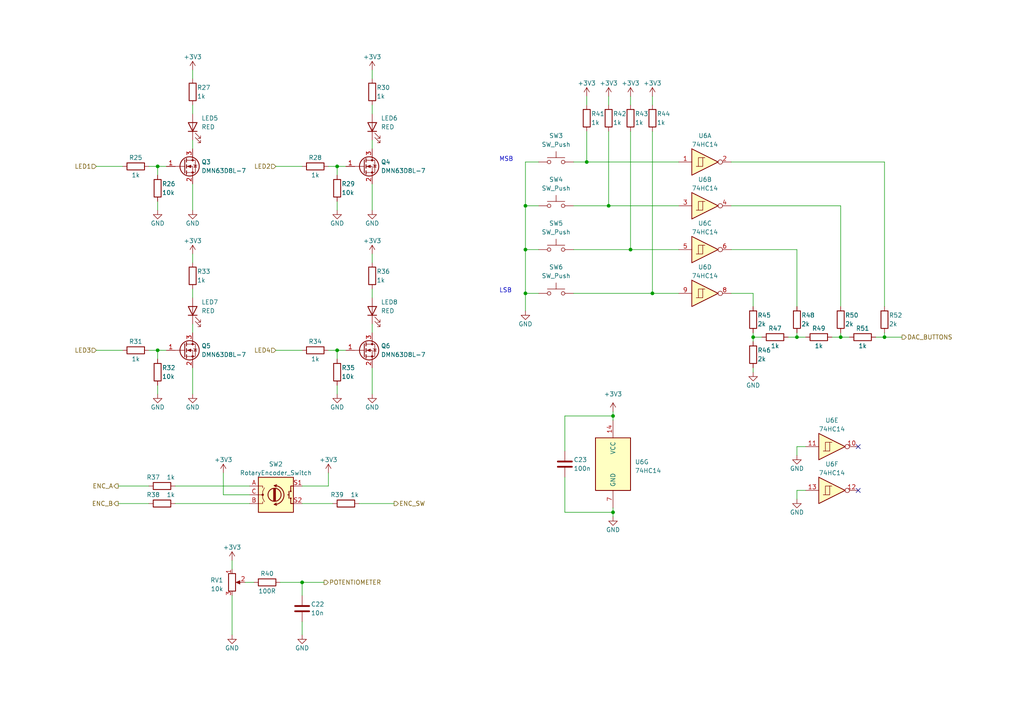
<source format=kicad_sch>
(kicad_sch (version 20220126) (generator eeschema)
  (paper "A4")
  (title_block (title "Raspberry Pi Pico Kit") (date "2022-01-02") (rev "1"))
  (lib_symbols
    (symbol "74xx:74HC14" (pin_names (offset 1.016))
      (property "Reference" "U" (at 0 1.27 0))
      (property "Value" "74HC14" (at 0 -1.27 0))
      (symbol "74HC14_1_0"
        (polyline (pts (xy -3.81 3.81) (xy -3.81 -3.81) (xy 3.81 0) (xy -3.81 3.81)) (stroke (width 0.254)) (fill (type background)))
        (pin input line (at -7.62 0 0) (length 3.81) (name "~") (number "1"))
        (pin output inverted (at 7.62 0 180) (length 3.81) (name "~") (number "2"))
      )
      (symbol "74HC14_1_1"
        (polyline (pts (xy -1.905 -1.27) (xy -1.905 1.27) (xy -0.635 1.27)))
        (polyline (pts (xy -2.54 -1.27) (xy -0.635 -1.27) (xy -0.635 1.27) (xy 0 1.27)))
      )
      (symbol "74HC14_2_0"
        (polyline (pts (xy -3.81 3.81) (xy -3.81 -3.81) (xy 3.81 0) (xy -3.81 3.81)) (stroke (width 0.254)) (fill (type background)))
        (pin input line (at -7.62 0 0) (length 3.81) (name "~") (number "3"))
        (pin output inverted (at 7.62 0 180) (length 3.81) (name "~") (number "4"))
      )
      (symbol "74HC14_2_1"
        (polyline (pts (xy -1.905 -1.27) (xy -1.905 1.27) (xy -0.635 1.27)))
        (polyline (pts (xy -2.54 -1.27) (xy -0.635 -1.27) (xy -0.635 1.27) (xy 0 1.27)))
      )
      (symbol "74HC14_3_0"
        (polyline (pts (xy -3.81 3.81) (xy -3.81 -3.81) (xy 3.81 0) (xy -3.81 3.81)) (stroke (width 0.254)) (fill (type background)))
        (pin input line (at -7.62 0 0) (length 3.81) (name "~") (number "5"))
        (pin output inverted (at 7.62 0 180) (length 3.81) (name "~") (number "6"))
      )
      (symbol "74HC14_3_1"
        (polyline (pts (xy -1.905 -1.27) (xy -1.905 1.27) (xy -0.635 1.27)))
        (polyline (pts (xy -2.54 -1.27) (xy -0.635 -1.27) (xy -0.635 1.27) (xy 0 1.27)))
      )
      (symbol "74HC14_4_0"
        (polyline (pts (xy -3.81 3.81) (xy -3.81 -3.81) (xy 3.81 0) (xy -3.81 3.81)) (stroke (width 0.254)) (fill (type background)))
        (pin output inverted (at 7.62 0 180) (length 3.81) (name "~") (number "8"))
        (pin input line (at -7.62 0 0) (length 3.81) (name "~") (number "9"))
      )
      (symbol "74HC14_4_1"
        (polyline (pts (xy -1.905 -1.27) (xy -1.905 1.27) (xy -0.635 1.27)))
        (polyline (pts (xy -2.54 -1.27) (xy -0.635 -1.27) (xy -0.635 1.27) (xy 0 1.27)))
      )
      (symbol "74HC14_5_0"
        (polyline (pts (xy -3.81 3.81) (xy -3.81 -3.81) (xy 3.81 0) (xy -3.81 3.81)) (stroke (width 0.254)) (fill (type background)))
        (pin output inverted (at 7.62 0 180) (length 3.81) (name "~") (number "10"))
        (pin input line (at -7.62 0 0) (length 3.81) (name "~") (number "11"))
      )
      (symbol "74HC14_5_1"
        (polyline (pts (xy -1.905 -1.27) (xy -1.905 1.27) (xy -0.635 1.27)))
        (polyline (pts (xy -2.54 -1.27) (xy -0.635 -1.27) (xy -0.635 1.27) (xy 0 1.27)))
      )
      (symbol "74HC14_6_0"
        (polyline (pts (xy -3.81 3.81) (xy -3.81 -3.81) (xy 3.81 0) (xy -3.81 3.81)) (stroke (width 0.254)) (fill (type background)))
        (pin output inverted (at 7.62 0 180) (length 3.81) (name "~") (number "12"))
        (pin input line (at -7.62 0 0) (length 3.81) (name "~") (number "13"))
      )
      (symbol "74HC14_6_1"
        (polyline (pts (xy -1.905 -1.27) (xy -1.905 1.27) (xy -0.635 1.27)))
        (polyline (pts (xy -2.54 -1.27) (xy -0.635 -1.27) (xy -0.635 1.27) (xy 0 1.27)))
      )
      (symbol "74HC14_7_0"
        (pin power_in line (at 0 12.7 270) (length 5.08) (name "VCC") (number "14"))
        (pin power_in line (at 0 -12.7 90) (length 5.08) (name "GND") (number "7"))
      )
      (symbol "74HC14_7_1"
        (rectangle (start -5.08 7.62) (end 5.08 -7.62) (stroke (width 0.254)) (fill (type background)))
      )
    )
    (symbol "Device:C" (pin_numbers hide) (pin_names (offset 0.254))
      (property "Reference" "C" (at 0.635 2.54 0))
      (property "Value" "C" (at 0.635 -2.54 0))
      (symbol "C_0_1"
        (polyline (pts (xy -2.032 -0.762) (xy 2.032 -0.762)) (stroke (width 0.508)))
        (polyline (pts (xy -2.032 0.762) (xy 2.032 0.762)) (stroke (width 0.508)))
      )
      (symbol "C_1_1"
        (pin passive line (at 0 3.81 270) (length 2.794) (name "~") (number "1"))
        (pin passive line (at 0 -3.81 90) (length 2.794) (name "~") (number "2"))
      )
    )
    (symbol "Device:LED" (pin_numbers hide) (pin_names (offset 1.016) hide)
      (property "Reference" "D" (at 0 2.54 0))
      (property "Value" "LED" (at 0 -2.54 0))
      (symbol "LED_0_1"
        (polyline (pts (xy -1.27 -1.27) (xy -1.27 1.27)) (stroke (width 0.254)))
        (polyline (pts (xy -1.27 0) (xy 1.27 0)))
        (polyline (pts (xy 1.27 -1.27) (xy 1.27 1.27) (xy -1.27 0) (xy 1.27 -1.27)) (stroke (width 0.254)))
        (polyline (pts (xy -3.048 -0.762) (xy -4.572 -2.286) (xy -3.81 -2.286) (xy -4.572 -2.286) (xy -4.572 -1.524)))
        (polyline (pts (xy -1.778 -0.762) (xy -3.302 -2.286) (xy -2.54 -2.286) (xy -3.302 -2.286) (xy -3.302 -1.524)))
      )
      (symbol "LED_1_1"
        (pin passive line (at -3.81 0 0) (length 2.54) (name "K") (number "1"))
        (pin passive line (at 3.81 0 180) (length 2.54) (name "A") (number "2"))
      )
    )
    (symbol "Device:R" (pin_numbers hide) (pin_names (offset 0))
      (property "Reference" "R" (at 2.032 0 90))
      (property "Value" "R" (at 0 0 90))
      (symbol "R_0_1"
        (rectangle (start -1.016 -2.54) (end 1.016 2.54) (stroke (width 0.254)))
      )
      (symbol "R_1_1"
        (pin passive line (at 0 3.81 270) (length 1.27) (name "~") (number "1"))
        (pin passive line (at 0 -3.81 90) (length 1.27) (name "~") (number "2"))
      )
    )
    (symbol "Device:R_Potentiometer" (pin_names (offset 1.016) hide)
      (property "Reference" "RV" (at -4.445 0 90))
      (property "Value" "R_Potentiometer" (at -2.54 0 90))
      (symbol "R_Potentiometer_0_1"
        (polyline (pts (xy 2.54 0) (xy 1.524 0)))
        (polyline (pts (xy 1.143 0) (xy 2.286 0.508) (xy 2.286 -0.508) (xy 1.143 0)) (fill (type outline)))
        (rectangle (start 1.016 2.54) (end -1.016 -2.54) (stroke (width 0.254)))
      )
      (symbol "R_Potentiometer_1_1"
        (pin passive line (at 0 3.81 270) (length 1.27) (name "1") (number "1"))
        (pin passive line (at 3.81 0 180) (length 1.27) (name "2") (number "2"))
        (pin passive line (at 0 -3.81 90) (length 1.27) (name "3") (number "3"))
      )
    )
    (symbol "Device:RotaryEncoder_Switch" (pin_names (offset 0.254) hide)
      (property "Reference" "SW" (at 0 6.604 0))
      (property "Value" "RotaryEncoder_Switch" (at 0 -6.604 0))
      (symbol "RotaryEncoder_Switch_0_1"
        (rectangle (start -5.08 5.08) (end 5.08 -5.08) (stroke (width 0.254)) (fill (type background)))
        (circle (center -3.81 0) (radius 0.254) (fill (type outline)))
        (arc (start -0.381 -2.794) (mid 2.3622 -0.0635) (end -0.381 2.667) (stroke (width 0.254)))
        (circle (center -0.381 0) (radius 1.905) (stroke (width 0.254)))
        (polyline (pts (xy -0.635 -1.778) (xy -0.635 1.778)) (stroke (width 0.254)))
        (polyline (pts (xy -0.381 -1.778) (xy -0.381 1.778)) (stroke (width 0.254)))
        (polyline (pts (xy -0.127 1.778) (xy -0.127 -1.778)) (stroke (width 0.254)))
        (polyline (pts (xy 3.81 0) (xy 3.429 0)) (stroke (width 0.254)))
        (polyline (pts (xy 3.81 1.016) (xy 3.81 -1.016)) (stroke (width 0.254)))
        (polyline (pts (xy -5.08 -2.54) (xy -3.81 -2.54) (xy -3.81 -2.032)))
        (polyline (pts (xy -5.08 2.54) (xy -3.81 2.54) (xy -3.81 2.032)))
        (polyline (pts (xy 0.254 -3.048) (xy -0.508 -2.794) (xy 0.127 -2.413)) (stroke (width 0.254)))
        (polyline (pts (xy 0.254 2.921) (xy -0.508 2.667) (xy 0.127 2.286)) (stroke (width 0.254)))
        (polyline (pts (xy 5.08 -2.54) (xy 4.318 -2.54) (xy 4.318 -1.016)) (stroke (width 0.254)))
        (polyline (pts (xy 5.08 2.54) (xy 4.318 2.54) (xy 4.318 1.016)) (stroke (width 0.254)))
        (polyline (pts (xy -5.08 0) (xy -3.81 0) (xy -3.81 -1.016) (xy -3.302 -2.032)))
        (polyline (pts (xy -4.318 0) (xy -3.81 0) (xy -3.81 1.016) (xy -3.302 2.032)))
        (circle (center 4.318 -1.016) (radius 0.127) (stroke (width 0.254)))
        (circle (center 4.318 1.016) (radius 0.127) (stroke (width 0.254)))
      )
      (symbol "RotaryEncoder_Switch_1_1"
        (pin passive line (at -7.62 2.54 0) (length 2.54) (name "A") (number "A"))
        (pin passive line (at -7.62 -2.54 0) (length 2.54) (name "B") (number "B"))
        (pin passive line (at -7.62 0 0) (length 2.54) (name "C") (number "C"))
        (pin passive line (at 7.62 2.54 180) (length 2.54) (name "S1") (number "S1"))
        (pin passive line (at 7.62 -2.54 180) (length 2.54) (name "S2") (number "S2"))
      )
    )
    (symbol "Switch:SW_Push" (pin_numbers hide) (pin_names (offset 1.016) hide)
      (property "Reference" "SW" (at 1.27 2.54 0))
      (property "Value" "SW_Push" (at 0 -1.524 0))
      (symbol "SW_Push_0_1"
        (circle (center -2.032 0) (radius 0.508))
        (polyline (pts (xy 0 1.27) (xy 0 3.048)))
        (polyline (pts (xy 2.54 1.27) (xy -2.54 1.27)))
        (circle (center 2.032 0) (radius 0.508))
        (pin passive line (at -5.08 0 0) (length 2.54) (name "1") (number "1"))
        (pin passive line (at 5.08 0 180) (length 2.54) (name "2") (number "2"))
      )
    )
    (symbol "Transistor_FET:BSS138" (pin_names hide)
      (property "Reference" "Q" (at 5.08 1.905 0))
      (property "Value" "BSS138" (at 5.08 0 0))
      (symbol "BSS138_0_1"
        (polyline (pts (xy 0.254 0) (xy -2.54 0)))
        (polyline (pts (xy 0.254 1.905) (xy 0.254 -1.905)) (stroke (width 0.254)))
        (polyline (pts (xy 0.762 -1.27) (xy 0.762 -2.286)) (stroke (width 0.254)))
        (polyline (pts (xy 0.762 0.508) (xy 0.762 -0.508)) (stroke (width 0.254)))
        (polyline (pts (xy 0.762 2.286) (xy 0.762 1.27)) (stroke (width 0.254)))
        (polyline (pts (xy 2.54 2.54) (xy 2.54 1.778)))
        (polyline (pts (xy 2.54 -2.54) (xy 2.54 0) (xy 0.762 0)))
        (polyline (pts (xy 0.762 -1.778) (xy 3.302 -1.778) (xy 3.302 1.778) (xy 0.762 1.778)))
        (polyline (pts (xy 1.016 0) (xy 2.032 0.381) (xy 2.032 -0.381) (xy 1.016 0)) (fill (type outline)))
        (polyline (pts (xy 2.794 0.508) (xy 2.921 0.381) (xy 3.683 0.381) (xy 3.81 0.254)))
        (polyline (pts (xy 3.302 0.381) (xy 2.921 -0.254) (xy 3.683 -0.254) (xy 3.302 0.381)))
        (circle (center 1.651 0) (radius 2.794) (stroke (width 0.254)))
        (circle (center 2.54 -1.778) (radius 0.254) (fill (type outline)))
        (circle (center 2.54 1.778) (radius 0.254) (fill (type outline)))
      )
      (symbol "BSS138_1_1"
        (pin input line (at -5.08 0 0) (length 2.54) (name "G") (number "1"))
        (pin passive line (at 2.54 -5.08 90) (length 2.54) (name "S") (number "2"))
        (pin passive line (at 2.54 5.08 270) (length 2.54) (name "D") (number "3"))
      )
    )
    (symbol "power:+3.3V" (power) (pin_names (offset 0))
      (property "Value" "+3.3V" (at 0 3.556 0))
      (symbol "+3.3V_0_1"
        (polyline (pts (xy -0.762 1.27) (xy 0 2.54)))
        (polyline (pts (xy 0 0) (xy 0 2.54)))
        (polyline (pts (xy 0 2.54) (xy 0.762 1.27)))
      )
      (symbol "+3.3V_1_1"
        (pin power_in line (at 0 0 90) (length 0) hide (name "+3V3") (number "1"))
      )
    )
    (symbol "power:GND" (power) (pin_names (offset 0))
      (property "Value" "GND" (at 0 -3.81 0))
      (symbol "GND_0_1"
        (polyline (pts (xy 0 0) (xy 0 -1.27) (xy 1.27 -1.27) (xy 0 -2.54) (xy -1.27 -1.27) (xy 0 -1.27)))
      )
      (symbol "GND_1_1"
        (pin power_in line (at 0 0 270) (length 0) hide (name "GND") (number "1"))
      )
    )
  )
  (junction (at 45.72 48.26))
  (junction (at 231.14 97.79))
  (junction (at 182.88 72.39))
  (junction (at 177.8 148.59))
  (junction (at 170.18 46.99))
  (junction (at 97.79 101.6))
  (junction (at 152.4 85.09))
  (junction (at 177.8 120.65))
  (junction (at 97.79 48.26))
  (junction (at 87.63 168.91))
  (junction (at 189.23 85.09))
  (junction (at 152.4 59.69))
  (junction (at 45.72 101.6))
  (junction (at 176.53 59.69))
  (junction (at 152.4 72.39))
  (junction (at 218.44 97.79))
  (junction (at 243.84 97.79))
  (junction (at 256.54 97.79))
  (no_connect (at 248.92 129.54))
  (no_connect (at 248.92 142.24))
  (wire (pts (xy 45.72 101.6) (xy 48.26 101.6)))
  (wire (pts (xy 212.09 59.69) (xy 243.84 59.69)))
  (wire (pts (xy 241.3 97.79) (xy 243.84 97.79)))
  (wire (pts (xy 95.25 101.6) (xy 97.79 101.6)))
  (wire (pts (xy 152.4 59.69) (xy 156.21 59.69)))
  (wire (pts (xy 107.95 60.96) (xy 107.95 53.34)))
  (wire (pts (xy 254 97.79) (xy 256.54 97.79)))
  (wire (pts (xy 55.88 93.98) (xy 55.88 96.52)))
  (wire (pts (xy 43.18 48.26) (xy 45.72 48.26)))
  (wire (pts (xy 231.14 129.54) (xy 231.14 132.08)))
  (wire (pts (xy 176.53 27.94) (xy 176.53 30.48)))
  (wire (pts (xy 231.14 72.39) (xy 231.14 88.9)))
  (wire (pts (xy 231.14 97.79) (xy 228.6 97.79)))
  (wire (pts (xy 152.4 59.69) (xy 152.4 72.39)))
  (wire (pts (xy 177.8 119.38) (xy 177.8 120.65)))
  (wire (pts (xy 256.54 97.79) (xy 261.62 97.79)))
  (wire (pts (xy 97.79 101.6) (xy 100.33 101.6)))
  (wire (pts (xy 55.88 83.82) (xy 55.88 86.36)))
  (wire (pts (xy 218.44 85.09) (xy 218.44 88.9)))
  (wire (pts (xy 27.94 48.26) (xy 35.56 48.26)))
  (wire (pts (xy 81.28 168.91) (xy 87.63 168.91)))
  (wire (pts (xy 170.18 38.1) (xy 170.18 46.99)))
  (wire (pts (xy 50.8 146.05) (xy 72.39 146.05)))
  (wire (pts (xy 95.25 48.26) (xy 97.79 48.26)))
  (wire (pts (xy 176.53 38.1) (xy 176.53 59.69)))
  (wire (pts (xy 107.95 40.64) (xy 107.95 43.18)))
  (wire (pts (xy 212.09 85.09) (xy 218.44 85.09)))
  (wire (pts (xy 97.79 48.26) (xy 97.79 50.8)))
  (wire (pts (xy 55.88 73.66) (xy 55.88 76.2)))
  (wire (pts (xy 233.68 129.54) (xy 231.14 129.54)))
  (wire (pts (xy 166.37 85.09) (xy 189.23 85.09)))
  (wire (pts (xy 163.83 148.59) (xy 177.8 148.59)))
  (wire (pts (xy 95.25 140.97) (xy 95.25 137.16)))
  (wire (pts (xy 45.72 48.26) (xy 45.72 50.8)))
  (wire (pts (xy 72.39 143.51) (xy 64.77 143.51)))
  (wire (pts (xy 107.95 20.32) (xy 107.95 22.86)))
  (wire (pts (xy 231.14 96.52) (xy 231.14 97.79)))
  (wire (pts (xy 163.83 138.43) (xy 163.83 148.59)))
  (wire (pts (xy 87.63 180.34) (xy 87.63 184.15)))
  (wire (pts (xy 243.84 59.69) (xy 243.84 88.9)))
  (wire (pts (xy 152.4 85.09) (xy 152.4 90.17)))
  (wire (pts (xy 45.72 111.76) (xy 45.72 114.3)))
  (wire (pts (xy 152.4 85.09) (xy 156.21 85.09)))
  (wire (pts (xy 256.54 46.99) (xy 256.54 88.9)))
  (wire (pts (xy 243.84 96.52) (xy 243.84 97.79)))
  (wire (pts (xy 107.95 114.3) (xy 107.95 106.68)))
  (wire (pts (xy 166.37 72.39) (xy 182.88 72.39)))
  (wire (pts (xy 177.8 149.86) (xy 177.8 148.59)))
  (wire (pts (xy 152.4 46.99) (xy 152.4 59.69)))
  (wire (pts (xy 55.88 60.96) (xy 55.88 53.34)))
  (wire (pts (xy 97.79 58.42) (xy 97.79 60.96)))
  (wire (pts (xy 87.63 168.91) (xy 87.63 172.72)))
  (wire (pts (xy 189.23 85.09) (xy 196.85 85.09)))
  (wire (pts (xy 97.79 101.6) (xy 97.79 104.14)))
  (wire (pts (xy 107.95 30.48) (xy 107.95 33.02)))
  (wire (pts (xy 231.14 142.24) (xy 231.14 144.78)))
  (wire (pts (xy 177.8 148.59) (xy 177.8 147.32)))
  (wire (pts (xy 27.94 101.6) (xy 35.56 101.6)))
  (wire (pts (xy 152.4 72.39) (xy 152.4 85.09)))
  (wire (pts (xy 87.63 140.97) (xy 95.25 140.97)))
  (wire (pts (xy 55.88 40.64) (xy 55.88 43.18)))
  (wire (pts (xy 67.31 162.56) (xy 67.31 165.1)))
  (wire (pts (xy 166.37 59.69) (xy 176.53 59.69)))
  (wire (pts (xy 34.29 140.97) (xy 43.18 140.97)))
  (wire (pts (xy 55.88 30.48) (xy 55.88 33.02)))
  (wire (pts (xy 177.8 120.65) (xy 177.8 121.92)))
  (wire (pts (xy 87.63 168.91) (xy 93.98 168.91)))
  (wire (pts (xy 45.72 48.26) (xy 48.26 48.26)))
  (wire (pts (xy 80.01 48.26) (xy 87.63 48.26)))
  (wire (pts (xy 256.54 96.52) (xy 256.54 97.79)))
  (wire (pts (xy 55.88 114.3) (xy 55.88 106.68)))
  (wire (pts (xy 233.68 142.24) (xy 231.14 142.24)))
  (wire (pts (xy 107.95 73.66) (xy 107.95 76.2)))
  (wire (pts (xy 212.09 72.39) (xy 231.14 72.39)))
  (wire (pts (xy 45.72 101.6) (xy 45.72 104.14)))
  (wire (pts (xy 156.21 46.99) (xy 152.4 46.99)))
  (wire (pts (xy 218.44 96.52) (xy 218.44 97.79)))
  (wire (pts (xy 97.79 48.26) (xy 100.33 48.26)))
  (wire (pts (xy 64.77 137.16) (xy 64.77 143.51)))
  (wire (pts (xy 231.14 97.79) (xy 233.68 97.79)))
  (wire (pts (xy 218.44 97.79) (xy 218.44 99.06)))
  (wire (pts (xy 43.18 101.6) (xy 45.72 101.6)))
  (wire (pts (xy 182.88 38.1) (xy 182.88 72.39)))
  (wire (pts (xy 152.4 72.39) (xy 156.21 72.39)))
  (wire (pts (xy 170.18 46.99) (xy 196.85 46.99)))
  (wire (pts (xy 71.12 168.91) (xy 73.66 168.91)))
  (wire (pts (xy 163.83 130.81) (xy 163.83 120.65)))
  (wire (pts (xy 176.53 59.69) (xy 196.85 59.69)))
  (wire (pts (xy 163.83 120.65) (xy 177.8 120.65)))
  (wire (pts (xy 107.95 83.82) (xy 107.95 86.36)))
  (wire (pts (xy 189.23 38.1) (xy 189.23 85.09)))
  (wire (pts (xy 50.8 140.97) (xy 72.39 140.97)))
  (wire (pts (xy 80.01 101.6) (xy 87.63 101.6)))
  (wire (pts (xy 55.88 20.32) (xy 55.88 22.86)))
  (wire (pts (xy 45.72 58.42) (xy 45.72 60.96)))
  (wire (pts (xy 87.63 146.05) (xy 96.52 146.05)))
  (wire (pts (xy 189.23 27.94) (xy 189.23 30.48)))
  (wire (pts (xy 97.79 111.76) (xy 97.79 114.3)))
  (wire (pts (xy 67.31 172.72) (xy 67.31 184.15)))
  (wire (pts (xy 182.88 72.39) (xy 196.85 72.39)))
  (wire (pts (xy 218.44 97.79) (xy 220.98 97.79)))
  (wire (pts (xy 218.44 106.68) (xy 218.44 107.95)))
  (wire (pts (xy 166.37 46.99) (xy 170.18 46.99)))
  (wire (pts (xy 104.14 146.05) (xy 114.3 146.05)))
  (wire (pts (xy 34.29 146.05) (xy 43.18 146.05)))
  (wire (pts (xy 170.18 27.94) (xy 170.18 30.48)))
  (wire (pts (xy 107.95 93.98) (xy 107.95 96.52)))
  (wire (pts (xy 212.09 46.99) (xy 256.54 46.99)))
  (wire (pts (xy 243.84 97.79) (xy 246.38 97.79)))
  (wire (pts (xy 182.88 27.94) (xy 182.88 30.48)))
  (text "LSB" (at 144.78 85.09 0) (effects (font (size 1.27 1.27)) (justify left bottom)))
  (text "MSB" (at 144.78 46.99 0) (effects (font (size 1.27 1.27)) (justify left bottom)))
  (hierarchical_label "DAC_BUTTONS" (shape output) (at 261.62 97.79 0))
  (hierarchical_label "ENC_A" (shape output) (at 34.29 140.97 180))
  (hierarchical_label "LED1" (shape input) (at 27.94 48.26 180))
  (hierarchical_label "LED4" (shape input) (at 80.01 101.6 180))
  (hierarchical_label "ENC_SW" (shape output) (at 114.3 146.05 0))
  (hierarchical_label "POTENTIOMETER" (shape output) (at 93.98 168.91 0))
  (hierarchical_label "LED2" (shape input) (at 80.01 48.26 180))
  (hierarchical_label "LED3" (shape input) (at 27.94 101.6 180))
  (hierarchical_label "ENC_B" (shape output) (at 34.29 146.05 180))
  (symbol (lib_id "Switch:SW_Push") (at 161.29 59.69 0) (unit 1)
    (property "Reference" "SW4" (at 161.29 52.07 0))
    (property "Value" "SW_Push" (at 161.29 54.61 0))
    (property "Footprint" "Button_Switch_SMD:SW_SPST_Omron_B3FS-100xP" (effects hide))
    (property "Manufacturer Part Number" "TD-03XAT-A00-TR" (effects hide))
    (property "Supplier" "GME" (effects hide))
    (property "Supplier Part URL" "https://www.gme.cz/td-03xa-t-smd" (effects hide))
  )
  (symbol (lib_id "Device:R") (at 97.79 107.95 0) (unit 1)
    (property "Reference" "R35" (at 99.06 106.68 0) (effects (justify left)))
    (property "Value" "10k" (at 99.06 109.22 0) (effects (justify left)))
    (property "Footprint" "Resistor_SMD:R_0805_2012Metric_Pad1.20x1.40mm_HandSolder" (effects hide))
    (property "Manufacturer Part Number" "RC0805FR-0710KL" (effects hide))
    (property "Supplier" "Digikey" (effects hide))
    (property "Supplier Part URL" "https://www.digikey.cz/en/products/detail/yageo/RC0805FR-0710KL/727535" (effects hide))
  )
  (symbol (lib_id "Device:LED") (at 55.88 36.83 90) (unit 1)
    (property "Reference" "LED5" (at 58.42 34.29 90) (effects (justify right)))
    (property "Value" "RED" (at 58.42 36.83 90) (effects (justify right)))
    (property "Footprint" "LED_SMD:LED_0805_2012Metric_Pad1.15x1.40mm_HandSolder" (effects hide))
    (property "Manufacturer Part Number" "150080SS75000" (effects hide))
    (property "Supplier" "Digikey" (effects hide))
    (property "Supplier Part URL" "https://www.digikey.cz/en/products/detail/würth-elektronik/150080SS75000/4489921" (effects hide))
  )
  (symbol (lib_id "Device:R") (at 97.79 54.61 0) (unit 1)
    (property "Reference" "R29" (at 99.06 53.34 0) (effects (justify left)))
    (property "Value" "10k" (at 99.06 55.88 0) (effects (justify left)))
    (property "Footprint" "Resistor_SMD:R_0805_2012Metric_Pad1.20x1.40mm_HandSolder" (effects hide))
    (property "Manufacturer Part Number" "RC0805FR-0710KL" (effects hide))
    (property "Supplier" "Digikey" (effects hide))
    (property "Supplier Part URL" "https://www.digikey.cz/en/products/detail/yageo/RC0805FR-0710KL/727535" (effects hide))
  )
  (symbol (lib_id "power:GND") (at 97.79 114.3 0) (unit 1)
    (property "Reference" "#PWR061" (effects hide))
    (property "Value" "GND" (at 97.79 118.11 0))
  )
  (symbol (lib_id "74xx:74HC14") (at 241.3 129.54 0) (unit 5)
    (property "Reference" "U6" (at 241.3 121.92 0))
    (property "Value" "74HC14" (at 241.3 124.46 0))
    (property "Footprint" "Package_SO:SOIC-14_3.9x8.7mm_P1.27mm" (effects hide))
    (property "Datasheet" "http://www.ti.com/lit/gpn/sn74HC14" (effects hide))
    (property "Manufacturer Part Number" "74HC14S14-13" (effects hide))
    (property "Supplier" "Digikey" (effects hide))
    (property "Supplier Part URL" "https://www.digikey.cz/en/products/detail/diodes-incorporated/74HC14S14-13/4249403" (effects hide))
  )
  (symbol (lib_id "74xx:74HC14") (at 241.3 142.24 0) (unit 6)
    (property "Reference" "U6" (at 241.3 134.62 0))
    (property "Value" "74HC14" (at 241.3 137.16 0))
    (property "Footprint" "Package_SO:SOIC-14_3.9x8.7mm_P1.27mm" (effects hide))
    (property "Datasheet" "http://www.ti.com/lit/gpn/sn74HC14" (effects hide))
    (property "Manufacturer Part Number" "74HC14S14-13" (effects hide))
    (property "Supplier" "Digikey" (effects hide))
    (property "Supplier Part URL" "https://www.digikey.cz/en/products/detail/diodes-incorporated/74HC14S14-13/4249403" (effects hide))
  )
  (symbol (lib_id "Transistor_FET:BSS138") (at 105.41 48.26 0) (unit 1)
    (property "Reference" "Q4" (at 110.49 46.99 0) (effects (justify left)))
    (property "Value" "DMN63D8L-7" (at 110.49 49.53 0) (effects (justify left)))
    (property "Footprint" "Package_TO_SOT_SMD:SOT-23" (effects hide))
    (property "Manufacturer Part Number" "DMN63D8L-7" (effects hide))
    (property "Supplier" "Digikey" (effects hide))
    (property "Supplier Part URL" "https://www.digikey.cz/en/products/detail/diodes-incorporated/DMN63D8L-7/5699705" (effects hide))
  )
  (symbol (lib_id "Device:R") (at 46.99 140.97 90) (unit 1)
    (property "Reference" "R37" (at 44.45 138.43 90))
    (property "Value" "1k" (at 49.53 138.43 90))
    (property "Footprint" "Resistor_SMD:R_0805_2012Metric_Pad1.20x1.40mm_HandSolder" (effects hide))
    (property "Manufacturer Part Number" "RC0805FR-071KL" (effects hide))
    (property "Supplier Part URL" "https://www.digikey.cz/en/products/detail/yageo/RC0805FR-071KL/727444" (effects hide))
    (property "Supplier" "Digikey" (effects hide))
  )
  (symbol (lib_id "Device:R_Potentiometer") (at 67.31 168.91 0) (unit 1)
    (property "Reference" "RV1" (at 64.77 168.275 0) (effects (justify right)))
    (property "Value" "10k" (at 64.77 170.815 0) (effects (justify right)))
    (property "Footprint" "Potentiometer_THT:Potentiometer_Alpha_RD901F-40-00D_Single_Vertical" (effects hide))
    (property "Manufacturer Part Number" "PT01-B125D-B103" (effects hide))
    (property "Supplier" "Digikey" (effects hide))
    (property "Supplier Part URL" "https://www.digikey.cz/en/products/detail/cui-devices/PT01-B125D-B103/15903924" (effects hide))
  )
  (symbol (lib_id "power:GND") (at 55.88 114.3 0) (unit 1)
    (property "Reference" "#PWR056" (effects hide))
    (property "Value" "GND" (at 55.88 118.11 0))
  )
  (symbol (lib_id "power:GND") (at 107.95 114.3 0) (unit 1)
    (property "Reference" "#PWR065" (effects hide))
    (property "Value" "GND" (at 107.95 118.11 0))
  )
  (symbol (lib_id "Device:R") (at 231.14 92.71 0) (unit 1)
    (property "Reference" "R48" (at 232.41 91.44 0) (effects (justify left)))
    (property "Value" "2k" (at 232.41 93.98 0) (effects (justify left)))
    (property "Footprint" "Resistor_SMD:R_0805_2012Metric_Pad1.20x1.40mm_HandSolder" (effects hide))
    (property "Manufacturer Part Number" "RC0805FR-072KL" (effects hide))
    (property "Supplier" "Digikey" (effects hide))
    (property "Supplier Part URL" "https://www.digikey.cz/en/products/detail/yageo/RC0805FR-072KL/727664" (effects hide))
  )
  (symbol (lib_id "Device:R") (at 77.47 168.91 90) (unit 1)
    (property "Reference" "R40" (at 77.47 166.37 90))
    (property "Value" "100R" (at 77.47 171.45 90))
    (property "Footprint" "Resistor_SMD:R_0805_2012Metric_Pad1.20x1.40mm_HandSolder" (effects hide))
    (property "Manufacturer Part Number" "RC0805FR-07100RL" (effects hide))
    (property "Supplier Part URL" "https://www.digikey.cz/en/products/detail/yageo/RC0805FR-07100RL/727543" (effects hide))
    (property "Supplier" "Digikey" (effects hide))
  )
  (symbol (lib_id "power:GND") (at 152.4 90.17 0) (unit 1)
    (property "Reference" "#PWR068" (effects hide))
    (property "Value" "GND" (at 152.4 93.98 0))
  )
  (symbol (lib_id "74xx:74HC14") (at 204.47 59.69 0) (unit 2)
    (property "Reference" "U6" (at 204.47 52.07 0))
    (property "Value" "74HC14" (at 204.47 54.61 0))
    (property "Footprint" "Package_SO:SOIC-14_3.9x8.7mm_P1.27mm" (effects hide))
    (property "Datasheet" "http://www.ti.com/lit/gpn/sn74HC14" (effects hide))
    (property "Manufacturer Part Number" "74HC14S14-13" (effects hide))
    (property "Supplier" "Digikey" (effects hide))
    (property "Supplier Part URL" "https://www.digikey.cz/en/products/detail/diodes-incorporated/74HC14S14-13/4249403" (effects hide))
  )
  (symbol (lib_id "Transistor_FET:BSS138") (at 53.34 101.6 0) (unit 1)
    (property "Reference" "Q5" (at 58.42 100.33 0) (effects (justify left)))
    (property "Value" "DMN63D8L-7" (at 58.42 102.87 0) (effects (justify left)))
    (property "Footprint" "Package_TO_SOT_SMD:SOT-23" (effects hide))
    (property "Manufacturer Part Number" "DMN63D8L-7" (effects hide))
    (property "Supplier" "Digikey" (effects hide))
    (property "Supplier Part URL" "https://www.digikey.cz/en/products/detail/diodes-incorporated/DMN63D8L-7/5699705" (effects hide))
  )
  (symbol (lib_id "power:+3.3V") (at 55.88 73.66 0) (unit 1)
    (property "Reference" "#PWR055" (effects hide))
    (property "Value" "+3.3V" (at 55.88 69.85 0))
  )
  (symbol (lib_id "power:+3.3V") (at 107.95 73.66 0) (unit 1)
    (property "Reference" "#PWR064" (effects hide))
    (property "Value" "+3.3V" (at 107.95 69.85 0))
  )
  (symbol (lib_id "Device:R") (at 39.37 101.6 90) (unit 1)
    (property "Reference" "R31" (at 39.37 99.06 90))
    (property "Value" "1k" (at 39.37 104.14 90))
    (property "Footprint" "Resistor_SMD:R_0805_2012Metric_Pad1.20x1.40mm_HandSolder" (effects hide))
    (property "Manufacturer Part Number" "RC0805FR-071KL" (effects hide))
    (property "Supplier" "Digikey" (effects hide))
    (property "Supplier Part URL" "https://www.digikey.cz/en/products/detail/yageo/RC0805FR-071KL/727444" (effects hide))
  )
  (symbol (lib_id "Device:R") (at 224.79 97.79 90) (unit 1)
    (property "Reference" "R47" (at 224.79 95.25 90))
    (property "Value" "1k" (at 224.79 100.33 90))
    (property "Footprint" "Resistor_SMD:R_0805_2012Metric_Pad1.20x1.40mm_HandSolder" (effects hide))
    (property "Manufacturer Part Number" "RC0805FR-071KL" (effects hide))
    (property "Supplier Part URL" "https://www.digikey.cz/en/products/detail/yageo/RC0805FR-071KL/727444" (effects hide))
    (property "Supplier" "Digikey" (effects hide))
  )
  (symbol (lib_id "power:GND") (at 97.79 60.96 0) (unit 1)
    (property "Reference" "#PWR060" (effects hide))
    (property "Value" "GND" (at 97.79 64.77 0))
  )
  (symbol (lib_id "Device:R") (at 218.44 92.71 0) (unit 1)
    (property "Reference" "R45" (at 219.71 91.44 0) (effects (justify left)))
    (property "Value" "2k" (at 219.71 93.98 0) (effects (justify left)))
    (property "Footprint" "Resistor_SMD:R_0805_2012Metric_Pad1.20x1.40mm_HandSolder" (effects hide))
    (property "Manufacturer Part Number" "RC0805FR-072KL" (effects hide))
    (property "Supplier" "Digikey" (effects hide))
    (property "Supplier Part URL" "https://www.digikey.cz/en/products/detail/yageo/RC0805FR-072KL/727664" (effects hide))
  )
  (symbol (lib_id "Device:R") (at 250.19 97.79 90) (unit 1)
    (property "Reference" "R51" (at 250.19 95.25 90))
    (property "Value" "1k" (at 250.19 100.33 90))
    (property "Footprint" "Resistor_SMD:R_0805_2012Metric_Pad1.20x1.40mm_HandSolder" (effects hide))
    (property "Manufacturer Part Number" "RC0805FR-071KL" (effects hide))
    (property "Supplier Part URL" "https://www.digikey.cz/en/products/detail/yageo/RC0805FR-071KL/727444" (effects hide))
    (property "Supplier" "Digikey" (effects hide))
  )
  (symbol (lib_id "power:GND") (at 45.72 114.3 0) (unit 1)
    (property "Reference" "#PWR052" (effects hide))
    (property "Value" "GND" (at 45.72 118.11 0))
  )
  (symbol (lib_id "power:GND") (at 45.72 60.96 0) (unit 1)
    (property "Reference" "#PWR051" (effects hide))
    (property "Value" "GND" (at 45.72 64.77 0))
  )
  (symbol (lib_id "Device:R") (at 46.99 146.05 90) (unit 1)
    (property "Reference" "R38" (at 44.45 143.51 90))
    (property "Value" "1k" (at 49.53 143.51 90))
    (property "Footprint" "Resistor_SMD:R_0805_2012Metric_Pad1.20x1.40mm_HandSolder" (effects hide))
    (property "Manufacturer Part Number" "RC0805FR-071KL" (effects hide))
    (property "Supplier Part URL" "https://www.digikey.cz/en/products/detail/yageo/RC0805FR-071KL/727444" (effects hide))
    (property "Supplier" "Digikey" (effects hide))
  )
  (symbol (lib_id "Device:R") (at 39.37 48.26 90) (unit 1)
    (property "Reference" "R25" (at 39.37 45.72 90))
    (property "Value" "1k" (at 39.37 50.8 90))
    (property "Footprint" "Resistor_SMD:R_0805_2012Metric_Pad1.20x1.40mm_HandSolder" (effects hide))
    (property "Manufacturer Part Number" "RC0805FR-071KL" (effects hide))
    (property "Supplier" "Digikey" (effects hide))
    (property "Supplier Part URL" "https://www.digikey.cz/en/products/detail/yageo/RC0805FR-071KL/727444" (effects hide))
  )
  (symbol (lib_id "power:+3.3V") (at 189.23 27.94 0) (unit 1)
    (property "Reference" "#PWR072" (effects hide))
    (property "Value" "+3.3V" (at 189.23 24.13 0))
  )
  (symbol (lib_id "power:GND") (at 87.63 184.15 0) (unit 1)
    (property "Reference" "#PWR057" (effects hide))
    (property "Value" "GND" (at 87.63 187.96 0))
  )
  (symbol (lib_id "Device:R") (at 176.53 34.29 0) (unit 1)
    (property "Reference" "R42" (at 177.8 33.02 0) (effects (justify left)))
    (property "Value" "1k" (at 177.8 35.56 0) (effects (justify left)))
    (property "Footprint" "Resistor_SMD:R_0805_2012Metric_Pad1.20x1.40mm_HandSolder" (effects hide))
    (property "Manufacturer Part Number" "RC0805FR-071KL" (effects hide))
    (property "Supplier Part URL" "https://www.digikey.cz/en/products/detail/yageo/RC0805FR-071KL/727444" (effects hide))
    (property "Supplier" "Digikey" (effects hide))
  )
  (symbol (lib_id "power:GND") (at 231.14 144.78 0) (unit 1)
    (property "Reference" "#PWR067" (effects hide))
    (property "Value" "GND" (at 231.14 148.59 0))
  )
  (symbol (lib_id "Device:R") (at 170.18 34.29 0) (unit 1)
    (property "Reference" "R41" (at 171.45 33.02 0) (effects (justify left)))
    (property "Value" "1k" (at 171.45 35.56 0) (effects (justify left)))
    (property "Footprint" "Resistor_SMD:R_0805_2012Metric_Pad1.20x1.40mm_HandSolder" (effects hide))
    (property "Manufacturer Part Number" "RC0805FR-071KL" (effects hide))
    (property "Supplier Part URL" "https://www.digikey.cz/en/products/detail/yageo/RC0805FR-071KL/727444" (effects hide))
    (property "Supplier" "Digikey" (effects hide))
  )
  (symbol (lib_id "power:+3.3V") (at 67.31 162.56 0) (unit 1)
    (property "Reference" "#PWR049" (effects hide))
    (property "Value" "+3.3V" (at 67.31 158.75 0))
  )
  (symbol (lib_id "power:GND") (at 55.88 60.96 0) (unit 1)
    (property "Reference" "#PWR054" (effects hide))
    (property "Value" "GND" (at 55.88 64.77 0))
  )
  (symbol (lib_id "power:+3.3V") (at 55.88 20.32 0) (unit 1)
    (property "Reference" "#PWR053" (effects hide))
    (property "Value" "+3.3V" (at 55.88 16.51 0))
  )
  (symbol (lib_id "Device:R") (at 218.44 102.87 0) (unit 1)
    (property "Reference" "R46" (at 219.71 101.6 0) (effects (justify left)))
    (property "Value" "2k" (at 219.71 104.14 0) (effects (justify left)))
    (property "Footprint" "Resistor_SMD:R_0805_2012Metric_Pad1.20x1.40mm_HandSolder" (effects hide))
    (property "Manufacturer Part Number" "RC0805FR-072KL" (effects hide))
    (property "Supplier" "Digikey" (effects hide))
    (property "Supplier Part URL" "https://www.digikey.cz/en/products/detail/yageo/RC0805FR-072KL/727664" (effects hide))
  )
  (symbol (lib_id "power:+3.3V") (at 170.18 27.94 0) (unit 1)
    (property "Reference" "#PWR069" (effects hide))
    (property "Value" "+3.3V" (at 170.18 24.13 0))
  )
  (symbol (lib_id "Device:LED") (at 55.88 90.17 90) (unit 1)
    (property "Reference" "LED7" (at 58.42 87.63 90) (effects (justify right)))
    (property "Value" "RED" (at 58.42 90.17 90) (effects (justify right)))
    (property "Footprint" "LED_SMD:LED_0805_2012Metric_Pad1.15x1.40mm_HandSolder" (effects hide))
    (property "Manufacturer Part Number" "150080SS75000" (effects hide))
    (property "Supplier" "Digikey" (effects hide))
    (property "Supplier Part URL" "https://www.digikey.cz/en/products/detail/würth-elektronik/150080SS75000/4489921" (effects hide))
  )
  (symbol (lib_id "Device:C") (at 87.63 176.53 0) (unit 1)
    (property "Reference" "C22" (at 90.17 175.26 0) (effects (justify left)))
    (property "Value" "10n" (at 90.17 177.8 0) (effects (justify left)))
    (property "Footprint" "Capacitor_SMD:C_0805_2012Metric_Pad1.18x1.45mm_HandSolder" (effects hide))
    (property "Manufacturer Part Number" "C0805C103K5RAC7210" (effects hide))
    (property "Supplier" "Digikey" (effects hide))
    (property "Supplier Part URL" "https://www.digikey.cz/en/products/detail/kemet/C0805C103K5RAC7210/3317006" (effects hide))
  )
  (symbol (lib_id "Device:R") (at 100.33 146.05 90) (unit 1)
    (property "Reference" "R39" (at 97.79 143.51 90))
    (property "Value" "1k" (at 102.87 143.51 90))
    (property "Footprint" "Resistor_SMD:R_0805_2012Metric_Pad1.20x1.40mm_HandSolder" (effects hide))
    (property "Manufacturer Part Number" "RC0805FR-071KL" (effects hide))
    (property "Supplier Part URL" "https://www.digikey.cz/en/products/detail/yageo/RC0805FR-071KL/727444" (effects hide))
    (property "Supplier" "Digikey" (effects hide))
  )
  (symbol (lib_id "Transistor_FET:BSS138") (at 53.34 48.26 0) (unit 1)
    (property "Reference" "Q3" (at 58.42 46.99 0) (effects (justify left)))
    (property "Value" "DMN63D8L-7" (at 58.42 49.53 0) (effects (justify left)))
    (property "Footprint" "Package_TO_SOT_SMD:SOT-23" (effects hide))
    (property "Manufacturer Part Number" "DMN63D8L-7" (effects hide))
    (property "Supplier" "Digikey" (effects hide))
    (property "Supplier Part URL" "https://www.digikey.cz/en/products/detail/diodes-incorporated/DMN63D8L-7/5699705" (effects hide))
  )
  (symbol (lib_id "power:GND") (at 177.8 149.86 0) (unit 1)
    (property "Reference" "#PWR075" (effects hide))
    (property "Value" "GND" (at 177.8 153.67 0))
  )
  (symbol (lib_id "Device:LED") (at 107.95 36.83 90) (unit 1)
    (property "Reference" "LED6" (at 110.49 34.29 90) (effects (justify right)))
    (property "Value" "RED" (at 110.49 36.83 90) (effects (justify right)))
    (property "Footprint" "LED_SMD:LED_0805_2012Metric_Pad1.15x1.40mm_HandSolder" (effects hide))
    (property "Manufacturer Part Number" "150080SS75000" (effects hide))
    (property "Supplier" "Digikey" (effects hide))
    (property "Supplier Part URL" "https://www.digikey.cz/en/products/detail/würth-elektronik/150080SS75000/4489921" (effects hide))
  )
  (symbol (lib_id "Device:R") (at 107.95 26.67 0) (unit 1)
    (property "Reference" "R30" (at 109.22 25.4 0) (effects (justify left)))
    (property "Value" "1k" (at 109.22 27.94 0) (effects (justify left)))
    (property "Footprint" "Resistor_SMD:R_0805_2012Metric_Pad1.20x1.40mm_HandSolder" (effects hide))
    (property "Manufacturer Part Number" "RC0805FR-071KL" (effects hide))
    (property "Supplier" "Digikey" (effects hide))
    (property "Supplier Part URL" "https://www.digikey.cz/en/products/detail/yageo/RC0805FR-071KL/727444" (effects hide))
  )
  (symbol (lib_id "power:+3.3V") (at 95.25 137.16 0) (unit 1)
    (property "Reference" "#PWR059" (effects hide))
    (property "Value" "+3.3V" (at 95.25 133.35 0))
  )
  (symbol (lib_id "power:+3.3V") (at 176.53 27.94 0) (unit 1)
    (property "Reference" "#PWR070" (effects hide))
    (property "Value" "+3.3V" (at 176.53 24.13 0))
  )
  (symbol (lib_id "Device:R") (at 243.84 92.71 0) (unit 1)
    (property "Reference" "R50" (at 245.11 91.44 0) (effects (justify left)))
    (property "Value" "2k" (at 245.11 93.98 0) (effects (justify left)))
    (property "Footprint" "Resistor_SMD:R_0805_2012Metric_Pad1.20x1.40mm_HandSolder" (effects hide))
    (property "Manufacturer Part Number" "RC0805FR-072KL" (effects hide))
    (property "Supplier" "Digikey" (effects hide))
    (property "Supplier Part URL" "https://www.digikey.cz/en/products/detail/yageo/RC0805FR-072KL/727664" (effects hide))
  )
  (symbol (lib_id "power:+3.3V") (at 177.8 119.38 0) (unit 1)
    (property "Reference" "#PWR074" (effects hide))
    (property "Value" "+3.3V" (at 177.8 114.3 0))
  )
  (symbol (lib_id "power:+3.3V") (at 107.95 20.32 0) (unit 1)
    (property "Reference" "#PWR062" (effects hide))
    (property "Value" "+3.3V" (at 107.95 16.51 0))
  )
  (symbol (lib_id "Device:R") (at 45.72 54.61 0) (unit 1)
    (property "Reference" "R26" (at 46.99 53.34 0) (effects (justify left)))
    (property "Value" "10k" (at 46.99 55.88 0) (effects (justify left)))
    (property "Footprint" "Resistor_SMD:R_0805_2012Metric_Pad1.20x1.40mm_HandSolder" (effects hide))
    (property "Manufacturer Part Number" "RC0805FR-0710KL" (effects hide))
    (property "Supplier" "Digikey" (effects hide))
    (property "Supplier Part URL" "https://www.digikey.cz/en/products/detail/yageo/RC0805FR-0710KL/727535" (effects hide))
  )
  (symbol (lib_id "Switch:SW_Push") (at 161.29 72.39 0) (unit 1)
    (property "Reference" "SW5" (at 161.29 64.77 0))
    (property "Value" "SW_Push" (at 161.29 67.31 0))
    (property "Footprint" "Button_Switch_SMD:SW_SPST_Omron_B3FS-100xP" (effects hide))
    (property "Manufacturer Part Number" "TD-03XAT-A00-TR" (effects hide))
    (property "Supplier" "GME" (effects hide))
    (property "Supplier Part URL" "https://www.gme.cz/td-03xa-t-smd" (effects hide))
  )
  (symbol (lib_id "Switch:SW_Push") (at 161.29 85.09 0) (unit 1)
    (property "Reference" "SW6" (at 161.29 77.47 0))
    (property "Value" "SW_Push" (at 161.29 80.01 0))
    (property "Footprint" "Button_Switch_SMD:SW_SPST_Omron_B3FS-100xP" (effects hide))
    (property "Manufacturer Part Number" "TD-03XAT-A00-TR" (effects hide))
    (property "Supplier" "GME" (effects hide))
    (property "Supplier Part URL" "https://www.gme.cz/td-03xa-t-smd" (effects hide))
  )
  (symbol (lib_id "Transistor_FET:BSS138") (at 105.41 101.6 0) (unit 1)
    (property "Reference" "Q6" (at 110.49 100.33 0) (effects (justify left)))
    (property "Value" "DMN63D8L-7" (at 110.49 102.87 0) (effects (justify left)))
    (property "Footprint" "Package_TO_SOT_SMD:SOT-23" (effects hide))
    (property "Manufacturer Part Number" "DMN63D8L-7" (effects hide))
    (property "Supplier" "Digikey" (effects hide))
    (property "Supplier Part URL" "https://www.digikey.cz/en/products/detail/diodes-incorporated/DMN63D8L-7/5699705" (effects hide))
  )
  (symbol (lib_id "power:GND") (at 107.95 60.96 0) (unit 1)
    (property "Reference" "#PWR063" (effects hide))
    (property "Value" "GND" (at 107.95 64.77 0))
  )
  (symbol (lib_id "Device:R") (at 189.23 34.29 0) (unit 1)
    (property "Reference" "R44" (at 190.5 33.02 0) (effects (justify left)))
    (property "Value" "1k" (at 190.5 35.56 0) (effects (justify left)))
    (property "Footprint" "Resistor_SMD:R_0805_2012Metric_Pad1.20x1.40mm_HandSolder" (effects hide))
    (property "Manufacturer Part Number" "RC0805FR-071KL" (effects hide))
    (property "Supplier Part URL" "https://www.digikey.cz/en/products/detail/yageo/RC0805FR-071KL/727444" (effects hide))
    (property "Supplier" "Digikey" (effects hide))
  )
  (symbol (lib_id "74xx:74HC14") (at 204.47 85.09 0) (unit 4)
    (property "Reference" "U6" (at 204.47 77.47 0))
    (property "Value" "74HC14" (at 204.47 80.01 0))
    (property "Footprint" "Package_SO:SOIC-14_3.9x8.7mm_P1.27mm" (effects hide))
    (property "Datasheet" "http://www.ti.com/lit/gpn/sn74HC14" (effects hide))
    (property "Manufacturer Part Number" "74HC14S14-13" (effects hide))
    (property "Supplier" "Digikey" (effects hide))
    (property "Supplier Part URL" "https://www.digikey.cz/en/products/detail/diodes-incorporated/74HC14S14-13/4249403" (effects hide))
  )
  (symbol (lib_id "power:+3.3V") (at 182.88 27.94 0) (unit 1)
    (property "Reference" "#PWR071" (effects hide))
    (property "Value" "+3.3V" (at 182.88 24.13 0))
  )
  (symbol (lib_id "74xx:74HC14") (at 204.47 72.39 0) (unit 3)
    (property "Reference" "U6" (at 204.47 64.77 0))
    (property "Value" "74HC14" (at 204.47 67.31 0))
    (property "Footprint" "Package_SO:SOIC-14_3.9x8.7mm_P1.27mm" (effects hide))
    (property "Datasheet" "http://www.ti.com/lit/gpn/sn74HC14" (effects hide))
    (property "Manufacturer Part Number" "74HC14S14-13" (effects hide))
    (property "Supplier" "Digikey" (effects hide))
    (property "Supplier Part URL" "https://www.digikey.cz/en/products/detail/diodes-incorporated/74HC14S14-13/4249403" (effects hide))
  )
  (symbol (lib_id "Device:R") (at 182.88 34.29 0) (unit 1)
    (property "Reference" "R43" (at 184.15 33.02 0) (effects (justify left)))
    (property "Value" "1k" (at 184.15 35.56 0) (effects (justify left)))
    (property "Footprint" "Resistor_SMD:R_0805_2012Metric_Pad1.20x1.40mm_HandSolder" (effects hide))
    (property "Manufacturer Part Number" "RC0805FR-071KL" (effects hide))
    (property "Supplier Part URL" "https://www.digikey.cz/en/products/detail/yageo/RC0805FR-071KL/727444" (effects hide))
    (property "Supplier" "Digikey" (effects hide))
  )
  (symbol (lib_id "Device:C") (at 163.83 134.62 180) (unit 1)
    (property "Reference" "C23" (at 166.37 133.35 0) (effects (justify right)))
    (property "Value" "100n" (at 166.37 135.89 0) (effects (justify right)))
    (property "Footprint" "Capacitor_SMD:C_0805_2012Metric_Pad1.18x1.45mm_HandSolder" (effects hide))
    (property "Manufacturer Part Number" "C0805C104M3RAC7800" (effects hide))
    (property "Supplier" "Digikey" (effects hide))
    (property "Supplier Part URL" "https://www.digikey.cz/en/products/detail/kemet/C0805C104M3RAC7800/2211748" (effects hide))
  )
  (symbol (lib_id "power:GND") (at 67.31 184.15 0) (unit 1)
    (property "Reference" "#PWR050" (effects hide))
    (property "Value" "GND" (at 67.31 187.96 0))
  )
  (symbol (lib_id "Device:R") (at 91.44 101.6 90) (unit 1)
    (property "Reference" "R34" (at 91.44 99.06 90))
    (property "Value" "1k" (at 91.44 104.14 90))
    (property "Footprint" "Resistor_SMD:R_0805_2012Metric_Pad1.20x1.40mm_HandSolder" (effects hide))
    (property "Manufacturer Part Number" "RC0805FR-071KL" (effects hide))
    (property "Supplier" "Digikey" (effects hide))
    (property "Supplier Part URL" "https://www.digikey.cz/en/products/detail/yageo/RC0805FR-071KL/727444" (effects hide))
  )
  (symbol (lib_id "Device:R") (at 45.72 107.95 0) (unit 1)
    (property "Reference" "R32" (at 46.99 106.68 0) (effects (justify left)))
    (property "Value" "10k" (at 46.99 109.22 0) (effects (justify left)))
    (property "Footprint" "Resistor_SMD:R_0805_2012Metric_Pad1.20x1.40mm_HandSolder" (effects hide))
    (property "Manufacturer Part Number" "RC0805FR-0710KL" (effects hide))
    (property "Supplier" "Digikey" (effects hide))
    (property "Supplier Part URL" "https://www.digikey.cz/en/products/detail/yageo/RC0805FR-0710KL/727535" (effects hide))
  )
  (symbol (lib_id "Device:R") (at 55.88 26.67 0) (unit 1)
    (property "Reference" "R27" (at 57.15 25.4 0) (effects (justify left)))
    (property "Value" "1k" (at 57.15 27.94 0) (effects (justify left)))
    (property "Footprint" "Resistor_SMD:R_0805_2012Metric_Pad1.20x1.40mm_HandSolder" (effects hide))
    (property "Manufacturer Part Number" "RC0805FR-071KL" (effects hide))
    (property "Supplier" "Digikey" (effects hide))
    (property "Supplier Part URL" "https://www.digikey.cz/en/products/detail/yageo/RC0805FR-071KL/727444" (effects hide))
  )
  (symbol (lib_id "74xx:74HC14") (at 204.47 46.99 0) (unit 1)
    (property "Reference" "U6" (at 204.47 39.37 0))
    (property "Value" "74HC14" (at 204.47 41.91 0))
    (property "Footprint" "Package_SO:SOIC-14_3.9x8.7mm_P1.27mm" (effects hide))
    (property "Datasheet" "http://www.ti.com/lit/gpn/sn74HC14" (effects hide))
    (property "Manufacturer Part Number" "74HC14S14-13" (effects hide))
    (property "Supplier" "Digikey" (effects hide))
    (property "Supplier Part URL" "https://www.digikey.cz/en/products/detail/diodes-incorporated/74HC14S14-13/4249403" (effects hide))
  )
  (symbol (lib_id "Device:R") (at 107.95 80.01 0) (unit 1)
    (property "Reference" "R36" (at 109.22 78.74 0) (effects (justify left)))
    (property "Value" "1k" (at 109.22 81.28 0) (effects (justify left)))
    (property "Footprint" "Resistor_SMD:R_0805_2012Metric_Pad1.20x1.40mm_HandSolder" (effects hide))
    (property "Manufacturer Part Number" "RC0805FR-071KL" (effects hide))
    (property "Supplier" "Digikey" (effects hide))
    (property "Supplier Part URL" "https://www.digikey.cz/en/products/detail/yageo/RC0805FR-071KL/727444" (effects hide))
  )
  (symbol (lib_id "Device:R") (at 256.54 92.71 0) (unit 1)
    (property "Reference" "R52" (at 257.81 91.44 0) (effects (justify left)))
    (property "Value" "2k" (at 257.81 93.98 0) (effects (justify left)))
    (property "Footprint" "Resistor_SMD:R_0805_2012Metric_Pad1.20x1.40mm_HandSolder" (effects hide))
    (property "Manufacturer Part Number" "RC0805FR-072KL" (effects hide))
    (property "Supplier" "Digikey" (effects hide))
    (property "Supplier Part URL" "https://www.digikey.cz/en/products/detail/yageo/RC0805FR-072KL/727664" (effects hide))
  )
  (symbol (lib_id "Device:LED") (at 107.95 90.17 90) (unit 1)
    (property "Reference" "LED8" (at 110.49 87.63 90) (effects (justify right)))
    (property "Value" "RED" (at 110.49 90.17 90) (effects (justify right)))
    (property "Footprint" "LED_SMD:LED_0805_2012Metric_Pad1.15x1.40mm_HandSolder" (effects hide))
    (property "Manufacturer Part Number" "150080SS75000" (effects hide))
    (property "Supplier" "Digikey" (effects hide))
    (property "Supplier Part URL" "https://www.digikey.cz/en/products/detail/würth-elektronik/150080SS75000/4489921" (effects hide))
  )
  (symbol (lib_id "Device:RotaryEncoder_Switch") (at 80.01 143.51 0) (unit 1)
    (property "Reference" "SW2" (at 80.01 134.62 0))
    (property "Value" "RotaryEncoder_Switch" (at 80.01 137.16 0))
    (property "Footprint" "Rotary_Encoder:RotaryEncoder_Alps_EC11E-Switch_Vertical_H20mm" (effects hide))
    (property "Manufacturer Part Number" "EN11-HSM1BF20" (effects hide))
    (property "Supplier" "Digikey" (effects hide))
    (property "Supplier Part URL" "https://www.digikey.cz/en/products/detail/tt-electronics-bi/EN11-HSM1BF20/2620667" (effects hide))
  )
  (symbol (lib_id "Device:R") (at 237.49 97.79 90) (unit 1)
    (property "Reference" "R49" (at 237.49 95.25 90))
    (property "Value" "1k" (at 237.49 100.33 90))
    (property "Footprint" "Resistor_SMD:R_0805_2012Metric_Pad1.20x1.40mm_HandSolder" (effects hide))
    (property "Manufacturer Part Number" "RC0805FR-071KL" (effects hide))
    (property "Supplier Part URL" "https://www.digikey.cz/en/products/detail/yageo/RC0805FR-071KL/727444" (effects hide))
    (property "Supplier" "Digikey" (effects hide))
  )
  (symbol (lib_id "power:GND") (at 231.14 132.08 0) (unit 1)
    (property "Reference" "#PWR066" (effects hide))
    (property "Value" "GND" (at 231.14 135.89 0))
  )
  (symbol (lib_id "power:GND") (at 218.44 107.95 0) (unit 1)
    (property "Reference" "#PWR073" (effects hide))
    (property "Value" "GND" (at 218.44 111.76 0))
  )
  (symbol (lib_id "Switch:SW_Push") (at 161.29 46.99 0) (unit 1)
    (property "Reference" "SW3" (at 161.29 39.37 0))
    (property "Value" "SW_Push" (at 161.29 41.91 0))
    (property "Footprint" "Button_Switch_SMD:SW_SPST_Omron_B3FS-100xP" (effects hide))
    (property "Manufacturer Part Number" "TD-03XAT-A00-TR" (effects hide))
    (property "Supplier" "GME" (effects hide))
    (property "Supplier Part URL" "https://www.gme.cz/td-03xa-t-smd" (effects hide))
  )
  (symbol (lib_id "74xx:74HC14") (at 177.8 134.62 0) (unit 7)
    (property "Reference" "U6" (at 184.15 133.985 0) (effects (justify left)))
    (property "Value" "74HC14" (at 184.15 136.525 0) (effects (justify left)))
    (property "Footprint" "Package_SO:SOIC-14_3.9x8.7mm_P1.27mm" (effects hide))
    (property "Datasheet" "http://www.ti.com/lit/gpn/sn74HC14" (effects hide))
    (property "Manufacturer Part Number" "74HC14S14-13" (effects hide))
    (property "Supplier" "Digikey" (effects hide))
    (property "Supplier Part URL" "https://www.digikey.cz/en/products/detail/diodes-incorporated/74HC14S14-13/4249403" (effects hide))
  )
  (symbol (lib_id "Device:R") (at 91.44 48.26 90) (unit 1)
    (property "Reference" "R28" (at 91.44 45.72 90))
    (property "Value" "1k" (at 91.44 50.8 90))
    (property "Footprint" "Resistor_SMD:R_0805_2012Metric_Pad1.20x1.40mm_HandSolder" (effects hide))
    (property "Manufacturer Part Number" "RC0805FR-071KL" (effects hide))
    (property "Supplier" "Digikey" (effects hide))
    (property "Supplier Part URL" "https://www.digikey.cz/en/products/detail/yageo/RC0805FR-071KL/727444" (effects hide))
  )
  (symbol (lib_id "power:+3.3V") (at 64.77 137.16 0) (unit 1)
    (property "Reference" "#PWR058" (effects hide))
    (property "Value" "+3.3V" (at 64.77 133.35 0))
  )
  (symbol (lib_id "Device:R") (at 55.88 80.01 0) (unit 1)
    (property "Reference" "R33" (at 57.15 78.74 0) (effects (justify left)))
    (property "Value" "1k" (at 57.15 81.28 0) (effects (justify left)))
    (property "Footprint" "Resistor_SMD:R_0805_2012Metric_Pad1.20x1.40mm_HandSolder" (effects hide))
    (property "Manufacturer Part Number" "RC0805FR-071KL" (effects hide))
    (property "Supplier" "Digikey" (effects hide))
    (property "Supplier Part URL" "https://www.digikey.cz/en/products/detail/yageo/RC0805FR-071KL/727444" (effects hide))
  )
)
</source>
